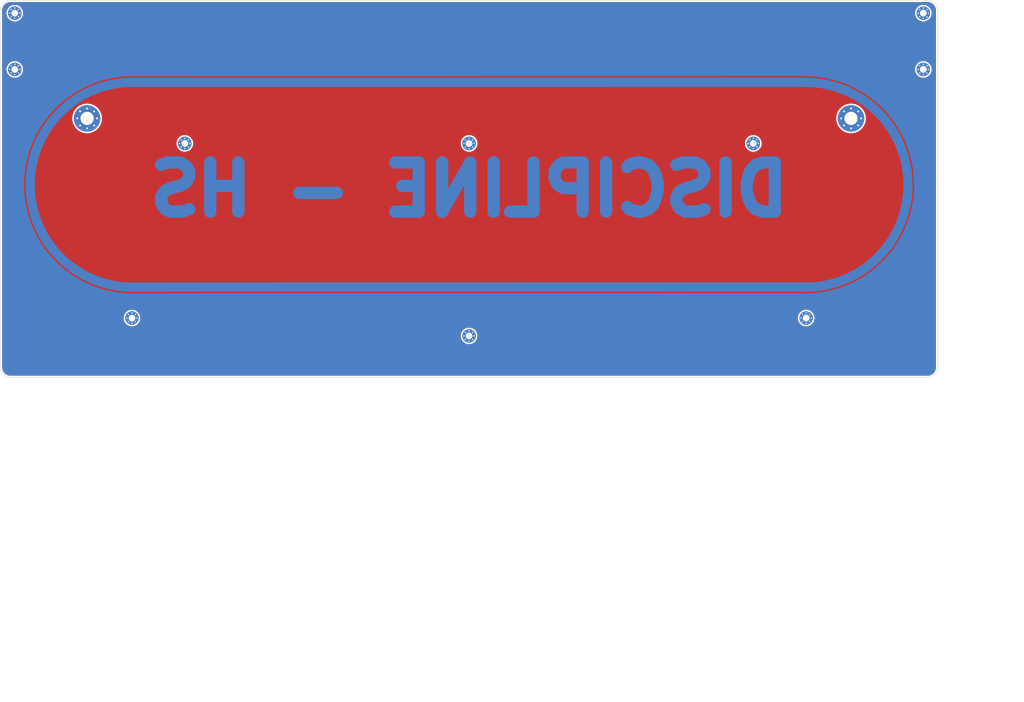
<source format=kicad_pcb>
(kicad_pcb (version 20171130) (host pcbnew "(5.1.5)-3")

  (general
    (thickness 1.6)
    (drawings 12)
    (tracks 0)
    (zones 0)
    (modules 13)
    (nets 2)
  )

  (page A3)
  (layers
    (0 F.Cu signal)
    (31 B.Cu signal)
    (32 B.Adhes user)
    (33 F.Adhes user)
    (34 B.Paste user)
    (35 F.Paste user)
    (36 B.SilkS user)
    (37 F.SilkS user)
    (38 B.Mask user)
    (39 F.Mask user)
    (40 Dwgs.User user)
    (41 Cmts.User user)
    (42 Eco1.User user)
    (43 Eco2.User user)
    (44 Edge.Cuts user)
    (45 Margin user)
    (46 B.CrtYd user)
    (47 F.CrtYd user)
    (48 B.Fab user hide)
    (49 F.Fab user hide)
  )

  (setup
    (last_trace_width 0.25)
    (trace_clearance 0.2)
    (zone_clearance 0.508)
    (zone_45_only no)
    (trace_min 0.2)
    (via_size 0.8)
    (via_drill 0.4)
    (via_min_size 0.4)
    (via_min_drill 0.3)
    (uvia_size 0.3)
    (uvia_drill 0.1)
    (uvias_allowed no)
    (uvia_min_size 0.2)
    (uvia_min_drill 0.1)
    (edge_width 0.15)
    (segment_width 0.2)
    (pcb_text_width 0.3)
    (pcb_text_size 1.5 1.5)
    (mod_edge_width 0.15)
    (mod_text_size 1 1)
    (mod_text_width 0.15)
    (pad_size 1.8 1.8)
    (pad_drill 0.9)
    (pad_to_mask_clearance 0.051)
    (solder_mask_min_width 0.25)
    (aux_axis_origin 0 0)
    (visible_elements 7FFFF7FF)
    (pcbplotparams
      (layerselection 0x010fc_ffffffff)
      (usegerberextensions true)
      (usegerberattributes false)
      (usegerberadvancedattributes false)
      (creategerberjobfile false)
      (excludeedgelayer true)
      (linewidth 0.100000)
      (plotframeref false)
      (viasonmask false)
      (mode 1)
      (useauxorigin false)
      (hpglpennumber 1)
      (hpglpenspeed 20)
      (hpglpendiameter 15.000000)
      (psnegative false)
      (psa4output false)
      (plotreference true)
      (plotvalue true)
      (plotinvisibletext false)
      (padsonsilk false)
      (subtractmaskfromsilk true)
      (outputformat 1)
      (mirror false)
      (drillshape 0)
      (scaleselection 1)
      (outputdirectory "../gerber/bottom/"))
  )

  (net 0 "")
  (net 1 GND)

  (net_class Default "This is the default net class."
    (clearance 0.2)
    (trace_width 0.25)
    (via_dia 0.8)
    (via_drill 0.4)
    (uvia_dia 0.3)
    (uvia_drill 0.1)
    (add_net GND)
  )

  (module MountingHole:MountingHole_4.3mm_M4_Pad_Via (layer F.Cu) (tedit 56DDBFD7) (tstamp 5D2C0033)
    (at 337.229903 91.409552)
    (descr "Mounting Hole 4.3mm, M4")
    (tags "mounting hole 4.3mm m4")
    (path /5ED71D4B)
    (attr virtual)
    (fp_text reference H12 (at 0 -5.3) (layer F.SilkS) hide
      (effects (font (size 1 1) (thickness 0.15)))
    )
    (fp_text value MountingHole_Pad (at 0 5.3) (layer F.Fab)
      (effects (font (size 1 1) (thickness 0.15)))
    )
    (fp_circle (center 0 0) (end 4.55 0) (layer F.CrtYd) (width 0.05))
    (fp_circle (center 0 0) (end 4.3 0) (layer Cmts.User) (width 0.15))
    (fp_text user %R (at 0.3 0) (layer F.Fab)
      (effects (font (size 1 1) (thickness 0.15)))
    )
    (pad 1 thru_hole circle (at 2.280419 -2.280419) (size 0.9 0.9) (drill 0.6) (layers *.Cu *.Mask)
      (net 1 GND))
    (pad 1 thru_hole circle (at 0 -3.225) (size 0.9 0.9) (drill 0.6) (layers *.Cu *.Mask)
      (net 1 GND))
    (pad 1 thru_hole circle (at -2.280419 -2.280419) (size 0.9 0.9) (drill 0.6) (layers *.Cu *.Mask)
      (net 1 GND))
    (pad 1 thru_hole circle (at -3.225 0) (size 0.9 0.9) (drill 0.6) (layers *.Cu *.Mask)
      (net 1 GND))
    (pad 1 thru_hole circle (at -2.280419 2.280419) (size 0.9 0.9) (drill 0.6) (layers *.Cu *.Mask)
      (net 1 GND))
    (pad 1 thru_hole circle (at 0 3.225) (size 0.9 0.9) (drill 0.6) (layers *.Cu *.Mask)
      (net 1 GND))
    (pad 1 thru_hole circle (at 2.280419 2.280419) (size 0.9 0.9) (drill 0.6) (layers *.Cu *.Mask)
      (net 1 GND))
    (pad 1 thru_hole circle (at 3.225 0) (size 0.9 0.9) (drill 0.6) (layers *.Cu *.Mask)
      (net 1 GND))
    (pad 1 thru_hole circle (at 0 0) (size 8.6 8.6) (drill 4.3) (layers *.Cu *.Mask)
      (net 1 GND))
  )

  (module MountingHole:MountingHole_4.3mm_M4_Pad_Via (layer F.Cu) (tedit 56DDBFD7) (tstamp 5D2C0022)
    (at 88.749856 91.409552)
    (descr "Mounting Hole 4.3mm, M4")
    (tags "mounting hole 4.3mm m4")
    (path /5ED71D3F)
    (attr virtual)
    (fp_text reference H11 (at 0 -5.3) (layer F.SilkS) hide
      (effects (font (size 1 1) (thickness 0.15)))
    )
    (fp_text value MountingHole_Pad (at 0 5.3) (layer F.Fab)
      (effects (font (size 1 1) (thickness 0.15)))
    )
    (fp_circle (center 0 0) (end 4.55 0) (layer F.CrtYd) (width 0.05))
    (fp_circle (center 0 0) (end 4.3 0) (layer Cmts.User) (width 0.15))
    (fp_text user %R (at 0.3 0) (layer F.Fab)
      (effects (font (size 1 1) (thickness 0.15)))
    )
    (pad 1 thru_hole circle (at 2.280419 -2.280419) (size 0.9 0.9) (drill 0.6) (layers *.Cu *.Mask)
      (net 1 GND))
    (pad 1 thru_hole circle (at 0 -3.225) (size 0.9 0.9) (drill 0.6) (layers *.Cu *.Mask)
      (net 1 GND))
    (pad 1 thru_hole circle (at -2.280419 -2.280419) (size 0.9 0.9) (drill 0.6) (layers *.Cu *.Mask)
      (net 1 GND))
    (pad 1 thru_hole circle (at -3.225 0) (size 0.9 0.9) (drill 0.6) (layers *.Cu *.Mask)
      (net 1 GND))
    (pad 1 thru_hole circle (at -2.280419 2.280419) (size 0.9 0.9) (drill 0.6) (layers *.Cu *.Mask)
      (net 1 GND))
    (pad 1 thru_hole circle (at 0 3.225) (size 0.9 0.9) (drill 0.6) (layers *.Cu *.Mask)
      (net 1 GND))
    (pad 1 thru_hole circle (at 2.280419 2.280419) (size 0.9 0.9) (drill 0.6) (layers *.Cu *.Mask)
      (net 1 GND))
    (pad 1 thru_hole circle (at 3.225 0) (size 0.9 0.9) (drill 0.6) (layers *.Cu *.Mask)
      (net 1 GND))
    (pad 1 thru_hole circle (at 0 0) (size 8.6 8.6) (drill 4.3) (layers *.Cu *.Mask)
      (net 1 GND))
  )

  (module MountingHole:MountingHole_2.2mm_M2_Pad_Via (layer F.Cu) (tedit 56DDB9C7) (tstamp 5CDAF07E)
    (at 322.637337 156.39459)
    (descr "Mounting Hole 2.2mm, M2")
    (tags "mounting hole 2.2mm m2")
    (path /5ED71D33)
    (attr virtual)
    (fp_text reference H10 (at 0 -3.2) (layer F.SilkS) hide
      (effects (font (size 1 1) (thickness 0.15)))
    )
    (fp_text value MountingHole_Pad (at 0 3.2) (layer F.Fab)
      (effects (font (size 1 1) (thickness 0.15)))
    )
    (fp_circle (center 0 0) (end 2.45 0) (layer F.CrtYd) (width 0.05))
    (fp_circle (center 0 0) (end 2.2 0) (layer Cmts.User) (width 0.15))
    (fp_text user %R (at 0.3 0) (layer F.Fab)
      (effects (font (size 1 1) (thickness 0.15)))
    )
    (pad 1 thru_hole circle (at 1.166726 -1.166726) (size 0.7 0.7) (drill 0.4) (layers *.Cu *.Mask)
      (net 1 GND))
    (pad 1 thru_hole circle (at 0 -1.65) (size 0.7 0.7) (drill 0.4) (layers *.Cu *.Mask)
      (net 1 GND))
    (pad 1 thru_hole circle (at -1.166726 -1.166726) (size 0.7 0.7) (drill 0.4) (layers *.Cu *.Mask)
      (net 1 GND))
    (pad 1 thru_hole circle (at -1.65 0) (size 0.7 0.7) (drill 0.4) (layers *.Cu *.Mask)
      (net 1 GND))
    (pad 1 thru_hole circle (at -1.166726 1.166726) (size 0.7 0.7) (drill 0.4) (layers *.Cu *.Mask)
      (net 1 GND))
    (pad 1 thru_hole circle (at 0 1.65) (size 0.7 0.7) (drill 0.4) (layers *.Cu *.Mask)
      (net 1 GND))
    (pad 1 thru_hole circle (at 1.166726 1.166726) (size 0.7 0.7) (drill 0.4) (layers *.Cu *.Mask)
      (net 1 GND))
    (pad 1 thru_hole circle (at 1.65 0) (size 0.7 0.7) (drill 0.4) (layers *.Cu *.Mask)
      (net 1 GND))
    (pad 1 thru_hole circle (at 0 0) (size 4.4 4.4) (drill 2.2) (layers *.Cu *.Mask)
      (net 1 GND))
  )

  (module MountingHole:MountingHole_2.2mm_M2_Pad_Via (layer F.Cu) (tedit 56DDB9C7) (tstamp 5CE4673E)
    (at 212.989879 162.20574)
    (descr "Mounting Hole 2.2mm, M2")
    (tags "mounting hole 2.2mm m2")
    (path /5ED71D27)
    (attr virtual)
    (fp_text reference H9 (at 0 -3.2) (layer F.SilkS) hide
      (effects (font (size 1 1) (thickness 0.15)))
    )
    (fp_text value MountingHole_Pad (at 0 3.2) (layer F.Fab)
      (effects (font (size 1 1) (thickness 0.15)))
    )
    (fp_circle (center 0 0) (end 2.45 0) (layer F.CrtYd) (width 0.05))
    (fp_circle (center 0 0) (end 2.2 0) (layer Cmts.User) (width 0.15))
    (fp_text user %R (at 0.3 0) (layer F.Fab)
      (effects (font (size 1 1) (thickness 0.15)))
    )
    (pad 1 thru_hole circle (at 1.166726 -1.166726) (size 0.7 0.7) (drill 0.4) (layers *.Cu *.Mask)
      (net 1 GND))
    (pad 1 thru_hole circle (at 0 -1.65) (size 0.7 0.7) (drill 0.4) (layers *.Cu *.Mask)
      (net 1 GND))
    (pad 1 thru_hole circle (at -1.166726 -1.166726) (size 0.7 0.7) (drill 0.4) (layers *.Cu *.Mask)
      (net 1 GND))
    (pad 1 thru_hole circle (at -1.65 0) (size 0.7 0.7) (drill 0.4) (layers *.Cu *.Mask)
      (net 1 GND))
    (pad 1 thru_hole circle (at -1.166726 1.166726) (size 0.7 0.7) (drill 0.4) (layers *.Cu *.Mask)
      (net 1 GND))
    (pad 1 thru_hole circle (at 0 1.65) (size 0.7 0.7) (drill 0.4) (layers *.Cu *.Mask)
      (net 1 GND))
    (pad 1 thru_hole circle (at 1.166726 1.166726) (size 0.7 0.7) (drill 0.4) (layers *.Cu *.Mask)
      (net 1 GND))
    (pad 1 thru_hole circle (at 1.65 0) (size 0.7 0.7) (drill 0.4) (layers *.Cu *.Mask)
      (net 1 GND))
    (pad 1 thru_hole circle (at 0 0) (size 4.4 4.4) (drill 2.2) (layers *.Cu *.Mask)
      (net 1 GND))
  )

  (module MountingHole:MountingHole_2.2mm_M2_Pad_Via (layer F.Cu) (tedit 56DDB9C7) (tstamp 5CDAF070)
    (at 103.342422 156.39459)
    (descr "Mounting Hole 2.2mm, M2")
    (tags "mounting hole 2.2mm m2")
    (path /5ED7E3B1)
    (attr virtual)
    (fp_text reference H8 (at 0 -3.2) (layer F.SilkS) hide
      (effects (font (size 1 1) (thickness 0.15)))
    )
    (fp_text value MountingHole_Pad (at 0 3.2) (layer F.Fab)
      (effects (font (size 1 1) (thickness 0.15)))
    )
    (fp_circle (center 0 0) (end 2.45 0) (layer F.CrtYd) (width 0.05))
    (fp_circle (center 0 0) (end 2.2 0) (layer Cmts.User) (width 0.15))
    (fp_text user %R (at 0.3 0) (layer F.Fab)
      (effects (font (size 1 1) (thickness 0.15)))
    )
    (pad 1 thru_hole circle (at 1.166726 -1.166726) (size 0.7 0.7) (drill 0.4) (layers *.Cu *.Mask)
      (net 1 GND))
    (pad 1 thru_hole circle (at 0 -1.65) (size 0.7 0.7) (drill 0.4) (layers *.Cu *.Mask)
      (net 1 GND))
    (pad 1 thru_hole circle (at -1.166726 -1.166726) (size 0.7 0.7) (drill 0.4) (layers *.Cu *.Mask)
      (net 1 GND))
    (pad 1 thru_hole circle (at -1.65 0) (size 0.7 0.7) (drill 0.4) (layers *.Cu *.Mask)
      (net 1 GND))
    (pad 1 thru_hole circle (at -1.166726 1.166726) (size 0.7 0.7) (drill 0.4) (layers *.Cu *.Mask)
      (net 1 GND))
    (pad 1 thru_hole circle (at 0 1.65) (size 0.7 0.7) (drill 0.4) (layers *.Cu *.Mask)
      (net 1 GND))
    (pad 1 thru_hole circle (at 1.166726 1.166726) (size 0.7 0.7) (drill 0.4) (layers *.Cu *.Mask)
      (net 1 GND))
    (pad 1 thru_hole circle (at 1.65 0) (size 0.7 0.7) (drill 0.4) (layers *.Cu *.Mask)
      (net 1 GND))
    (pad 1 thru_hole circle (at 0 0) (size 4.4 4.4) (drill 2.2) (layers *.Cu *.Mask)
      (net 1 GND))
  )

  (module MountingHole:MountingHole_2.2mm_M2_Pad_Via (layer F.Cu) (tedit 56DDB9C7) (tstamp 5CDAF7F1)
    (at 305.448502 99.550624)
    (descr "Mounting Hole 2.2mm, M2")
    (tags "mounting hole 2.2mm m2")
    (path /5ED7E3A5)
    (attr virtual)
    (fp_text reference H7 (at 0 -3.2) (layer F.SilkS) hide
      (effects (font (size 1 1) (thickness 0.15)))
    )
    (fp_text value MountingHole_Pad (at 0 3.2) (layer F.Fab)
      (effects (font (size 1 1) (thickness 0.15)))
    )
    (fp_circle (center 0 0) (end 2.45 0) (layer F.CrtYd) (width 0.05))
    (fp_circle (center 0 0) (end 2.2 0) (layer Cmts.User) (width 0.15))
    (fp_text user %R (at 0.3 0) (layer F.Fab)
      (effects (font (size 1 1) (thickness 0.15)))
    )
    (pad 1 thru_hole circle (at 1.166726 -1.166726) (size 0.7 0.7) (drill 0.4) (layers *.Cu *.Mask)
      (net 1 GND))
    (pad 1 thru_hole circle (at 0 -1.65) (size 0.7 0.7) (drill 0.4) (layers *.Cu *.Mask)
      (net 1 GND))
    (pad 1 thru_hole circle (at -1.166726 -1.166726) (size 0.7 0.7) (drill 0.4) (layers *.Cu *.Mask)
      (net 1 GND))
    (pad 1 thru_hole circle (at -1.65 0) (size 0.7 0.7) (drill 0.4) (layers *.Cu *.Mask)
      (net 1 GND))
    (pad 1 thru_hole circle (at -1.166726 1.166726) (size 0.7 0.7) (drill 0.4) (layers *.Cu *.Mask)
      (net 1 GND))
    (pad 1 thru_hole circle (at 0 1.65) (size 0.7 0.7) (drill 0.4) (layers *.Cu *.Mask)
      (net 1 GND))
    (pad 1 thru_hole circle (at 1.166726 1.166726) (size 0.7 0.7) (drill 0.4) (layers *.Cu *.Mask)
      (net 1 GND))
    (pad 1 thru_hole circle (at 1.65 0) (size 0.7 0.7) (drill 0.4) (layers *.Cu *.Mask)
      (net 1 GND))
    (pad 1 thru_hole circle (at 0 0) (size 4.4 4.4) (drill 2.2) (layers *.Cu *.Mask)
      (net 1 GND))
  )

  (module MountingHole:MountingHole_2.2mm_M2_Pad_Via (layer F.Cu) (tedit 56DDB9C7) (tstamp 5CDAF84F)
    (at 212.989879 99.550624)
    (descr "Mounting Hole 2.2mm, M2")
    (tags "mounting hole 2.2mm m2")
    (path /5ED7E399)
    (attr virtual)
    (fp_text reference H6 (at 0 -3.2) (layer F.SilkS) hide
      (effects (font (size 1 1) (thickness 0.15)))
    )
    (fp_text value MountingHole_Pad (at 0 3.2) (layer F.Fab)
      (effects (font (size 1 1) (thickness 0.15)))
    )
    (fp_circle (center 0 0) (end 2.45 0) (layer F.CrtYd) (width 0.05))
    (fp_circle (center 0 0) (end 2.2 0) (layer Cmts.User) (width 0.15))
    (fp_text user %R (at 0.3 0) (layer F.Fab)
      (effects (font (size 1 1) (thickness 0.15)))
    )
    (pad 1 thru_hole circle (at 1.166726 -1.166726) (size 0.7 0.7) (drill 0.4) (layers *.Cu *.Mask)
      (net 1 GND))
    (pad 1 thru_hole circle (at 0 -1.65) (size 0.7 0.7) (drill 0.4) (layers *.Cu *.Mask)
      (net 1 GND))
    (pad 1 thru_hole circle (at -1.166726 -1.166726) (size 0.7 0.7) (drill 0.4) (layers *.Cu *.Mask)
      (net 1 GND))
    (pad 1 thru_hole circle (at -1.65 0) (size 0.7 0.7) (drill 0.4) (layers *.Cu *.Mask)
      (net 1 GND))
    (pad 1 thru_hole circle (at -1.166726 1.166726) (size 0.7 0.7) (drill 0.4) (layers *.Cu *.Mask)
      (net 1 GND))
    (pad 1 thru_hole circle (at 0 1.65) (size 0.7 0.7) (drill 0.4) (layers *.Cu *.Mask)
      (net 1 GND))
    (pad 1 thru_hole circle (at 1.166726 1.166726) (size 0.7 0.7) (drill 0.4) (layers *.Cu *.Mask)
      (net 1 GND))
    (pad 1 thru_hole circle (at 1.65 0) (size 0.7 0.7) (drill 0.4) (layers *.Cu *.Mask)
      (net 1 GND))
    (pad 1 thru_hole circle (at 0 0) (size 4.4 4.4) (drill 2.2) (layers *.Cu *.Mask)
      (net 1 GND))
  )

  (module MountingHole:MountingHole_2.2mm_M2_Pad_Via (layer F.Cu) (tedit 56DDB9C7) (tstamp 5CDAF77A)
    (at 120.531257 99.550624)
    (descr "Mounting Hole 2.2mm, M2")
    (tags "mounting hole 2.2mm m2")
    (path /5ED7E38D)
    (attr virtual)
    (fp_text reference H5 (at 0 -3.2) (layer F.SilkS) hide
      (effects (font (size 1 1) (thickness 0.15)))
    )
    (fp_text value MountingHole_Pad (at 0 3.2) (layer F.Fab)
      (effects (font (size 1 1) (thickness 0.15)))
    )
    (fp_circle (center 0 0) (end 2.45 0) (layer F.CrtYd) (width 0.05))
    (fp_circle (center 0 0) (end 2.2 0) (layer Cmts.User) (width 0.15))
    (fp_text user %R (at 0.3 0) (layer F.Fab)
      (effects (font (size 1 1) (thickness 0.15)))
    )
    (pad 1 thru_hole circle (at 1.166726 -1.166726) (size 0.7 0.7) (drill 0.4) (layers *.Cu *.Mask)
      (net 1 GND))
    (pad 1 thru_hole circle (at 0 -1.65) (size 0.7 0.7) (drill 0.4) (layers *.Cu *.Mask)
      (net 1 GND))
    (pad 1 thru_hole circle (at -1.166726 -1.166726) (size 0.7 0.7) (drill 0.4) (layers *.Cu *.Mask)
      (net 1 GND))
    (pad 1 thru_hole circle (at -1.65 0) (size 0.7 0.7) (drill 0.4) (layers *.Cu *.Mask)
      (net 1 GND))
    (pad 1 thru_hole circle (at -1.166726 1.166726) (size 0.7 0.7) (drill 0.4) (layers *.Cu *.Mask)
      (net 1 GND))
    (pad 1 thru_hole circle (at 0 1.65) (size 0.7 0.7) (drill 0.4) (layers *.Cu *.Mask)
      (net 1 GND))
    (pad 1 thru_hole circle (at 1.166726 1.166726) (size 0.7 0.7) (drill 0.4) (layers *.Cu *.Mask)
      (net 1 GND))
    (pad 1 thru_hole circle (at 1.65 0) (size 0.7 0.7) (drill 0.4) (layers *.Cu *.Mask)
      (net 1 GND))
    (pad 1 thru_hole circle (at 0 0) (size 4.4 4.4) (drill 2.2) (layers *.Cu *.Mask)
      (net 1 GND))
  )

  (module MountingHole:MountingHole_2.2mm_M2_Pad_Via (layer F.Cu) (tedit 56DDB9C7) (tstamp 5CDAEF92)
    (at 360.747255 75.468873)
    (descr "Mounting Hole 2.2mm, M2")
    (tags "mounting hole 2.2mm m2")
    (path /5ED6FF59)
    (attr virtual)
    (fp_text reference H4 (at 0 -3.2) (layer F.SilkS) hide
      (effects (font (size 1 1) (thickness 0.15)))
    )
    (fp_text value MountingHole_Pad (at 0 3.2) (layer F.Fab)
      (effects (font (size 1 1) (thickness 0.15)))
    )
    (fp_circle (center 0 0) (end 2.45 0) (layer F.CrtYd) (width 0.05))
    (fp_circle (center 0 0) (end 2.2 0) (layer Cmts.User) (width 0.15))
    (fp_text user %R (at 0.3 0) (layer F.Fab)
      (effects (font (size 1 1) (thickness 0.15)))
    )
    (pad 1 thru_hole circle (at 1.166726 -1.166726) (size 0.7 0.7) (drill 0.4) (layers *.Cu *.Mask)
      (net 1 GND))
    (pad 1 thru_hole circle (at 0 -1.65) (size 0.7 0.7) (drill 0.4) (layers *.Cu *.Mask)
      (net 1 GND))
    (pad 1 thru_hole circle (at -1.166726 -1.166726) (size 0.7 0.7) (drill 0.4) (layers *.Cu *.Mask)
      (net 1 GND))
    (pad 1 thru_hole circle (at -1.65 0) (size 0.7 0.7) (drill 0.4) (layers *.Cu *.Mask)
      (net 1 GND))
    (pad 1 thru_hole circle (at -1.166726 1.166726) (size 0.7 0.7) (drill 0.4) (layers *.Cu *.Mask)
      (net 1 GND))
    (pad 1 thru_hole circle (at 0 1.65) (size 0.7 0.7) (drill 0.4) (layers *.Cu *.Mask)
      (net 1 GND))
    (pad 1 thru_hole circle (at 1.166726 1.166726) (size 0.7 0.7) (drill 0.4) (layers *.Cu *.Mask)
      (net 1 GND))
    (pad 1 thru_hole circle (at 1.65 0) (size 0.7 0.7) (drill 0.4) (layers *.Cu *.Mask)
      (net 1 GND))
    (pad 1 thru_hole circle (at 0 0) (size 4.4 4.4) (drill 2.2) (layers *.Cu *.Mask)
      (net 1 GND))
  )

  (module MountingHole:MountingHole_2.2mm_M2_Pad_Via (layer F.Cu) (tedit 56DDB9C7) (tstamp 5CDAE1D6)
    (at 65.232504 75.468873)
    (descr "Mounting Hole 2.2mm, M2")
    (tags "mounting hole 2.2mm m2")
    (path /5ED6FF4D)
    (attr virtual)
    (fp_text reference H3 (at 0 -3.2) (layer F.SilkS) hide
      (effects (font (size 1 1) (thickness 0.15)))
    )
    (fp_text value MountingHole_Pad (at 0 3.2) (layer F.Fab)
      (effects (font (size 1 1) (thickness 0.15)))
    )
    (fp_circle (center 0 0) (end 2.45 0) (layer F.CrtYd) (width 0.05))
    (fp_circle (center 0 0) (end 2.2 0) (layer Cmts.User) (width 0.15))
    (fp_text user %R (at 0.3 0) (layer F.Fab)
      (effects (font (size 1 1) (thickness 0.15)))
    )
    (pad 1 thru_hole circle (at 1.166726 -1.166726) (size 0.7 0.7) (drill 0.4) (layers *.Cu *.Mask)
      (net 1 GND))
    (pad 1 thru_hole circle (at 0 -1.65) (size 0.7 0.7) (drill 0.4) (layers *.Cu *.Mask)
      (net 1 GND))
    (pad 1 thru_hole circle (at -1.166726 -1.166726) (size 0.7 0.7) (drill 0.4) (layers *.Cu *.Mask)
      (net 1 GND))
    (pad 1 thru_hole circle (at -1.65 0) (size 0.7 0.7) (drill 0.4) (layers *.Cu *.Mask)
      (net 1 GND))
    (pad 1 thru_hole circle (at -1.166726 1.166726) (size 0.7 0.7) (drill 0.4) (layers *.Cu *.Mask)
      (net 1 GND))
    (pad 1 thru_hole circle (at 0 1.65) (size 0.7 0.7) (drill 0.4) (layers *.Cu *.Mask)
      (net 1 GND))
    (pad 1 thru_hole circle (at 1.166726 1.166726) (size 0.7 0.7) (drill 0.4) (layers *.Cu *.Mask)
      (net 1 GND))
    (pad 1 thru_hole circle (at 1.65 0) (size 0.7 0.7) (drill 0.4) (layers *.Cu *.Mask)
      (net 1 GND))
    (pad 1 thru_hole circle (at 0 0) (size 4.4 4.4) (drill 2.2) (layers *.Cu *.Mask)
      (net 1 GND))
  )

  (module MountingHole:MountingHole_2.2mm_M2_Pad_Via (layer F.Cu) (tedit 56DDB9C7) (tstamp 5CDAEF40)
    (at 360.747255 57.14716)
    (descr "Mounting Hole 2.2mm, M2")
    (tags "mounting hole 2.2mm m2")
    (path /5ED6CC95)
    (attr virtual)
    (fp_text reference H2 (at 0 -3.2) (layer F.SilkS) hide
      (effects (font (size 1 1) (thickness 0.15)))
    )
    (fp_text value MountingHole_Pad (at 0 3.2) (layer F.Fab)
      (effects (font (size 1 1) (thickness 0.15)))
    )
    (fp_circle (center 0 0) (end 2.45 0) (layer F.CrtYd) (width 0.05))
    (fp_circle (center 0 0) (end 2.2 0) (layer Cmts.User) (width 0.15))
    (fp_text user %R (at 0.3 0) (layer F.Fab)
      (effects (font (size 1 1) (thickness 0.15)))
    )
    (pad 1 thru_hole circle (at 1.166726 -1.166726) (size 0.7 0.7) (drill 0.4) (layers *.Cu *.Mask)
      (net 1 GND))
    (pad 1 thru_hole circle (at 0 -1.65) (size 0.7 0.7) (drill 0.4) (layers *.Cu *.Mask)
      (net 1 GND))
    (pad 1 thru_hole circle (at -1.166726 -1.166726) (size 0.7 0.7) (drill 0.4) (layers *.Cu *.Mask)
      (net 1 GND))
    (pad 1 thru_hole circle (at -1.65 0) (size 0.7 0.7) (drill 0.4) (layers *.Cu *.Mask)
      (net 1 GND))
    (pad 1 thru_hole circle (at -1.166726 1.166726) (size 0.7 0.7) (drill 0.4) (layers *.Cu *.Mask)
      (net 1 GND))
    (pad 1 thru_hole circle (at 0 1.65) (size 0.7 0.7) (drill 0.4) (layers *.Cu *.Mask)
      (net 1 GND))
    (pad 1 thru_hole circle (at 1.166726 1.166726) (size 0.7 0.7) (drill 0.4) (layers *.Cu *.Mask)
      (net 1 GND))
    (pad 1 thru_hole circle (at 1.65 0) (size 0.7 0.7) (drill 0.4) (layers *.Cu *.Mask)
      (net 1 GND))
    (pad 1 thru_hole circle (at 0 0) (size 4.4 4.4) (drill 2.2) (layers *.Cu *.Mask)
      (net 1 GND))
  )

  (module MountingHole:MountingHole_2.2mm_M2_Pad_Via (layer F.Cu) (tedit 56DDB9C7) (tstamp 5CDAE1E4)
    (at 65.232504 57.14716)
    (descr "Mounting Hole 2.2mm, M2")
    (tags "mounting hole 2.2mm m2")
    (path /5D1D6221)
    (attr virtual)
    (fp_text reference H1 (at 0 -3.2) (layer F.SilkS) hide
      (effects (font (size 1 1) (thickness 0.15)))
    )
    (fp_text value MountingHole_Pad (at 0 3.2) (layer F.Fab)
      (effects (font (size 1 1) (thickness 0.15)))
    )
    (fp_circle (center 0 0) (end 2.45 0) (layer F.CrtYd) (width 0.05))
    (fp_circle (center 0 0) (end 2.2 0) (layer Cmts.User) (width 0.15))
    (fp_text user %R (at 0.3 0) (layer F.Fab)
      (effects (font (size 1 1) (thickness 0.15)))
    )
    (pad 1 thru_hole circle (at 1.166726 -1.166726) (size 0.7 0.7) (drill 0.4) (layers *.Cu *.Mask)
      (net 1 GND))
    (pad 1 thru_hole circle (at 0 -1.65) (size 0.7 0.7) (drill 0.4) (layers *.Cu *.Mask)
      (net 1 GND))
    (pad 1 thru_hole circle (at -1.166726 -1.166726) (size 0.7 0.7) (drill 0.4) (layers *.Cu *.Mask)
      (net 1 GND))
    (pad 1 thru_hole circle (at -1.65 0) (size 0.7 0.7) (drill 0.4) (layers *.Cu *.Mask)
      (net 1 GND))
    (pad 1 thru_hole circle (at -1.166726 1.166726) (size 0.7 0.7) (drill 0.4) (layers *.Cu *.Mask)
      (net 1 GND))
    (pad 1 thru_hole circle (at 0 1.65) (size 0.7 0.7) (drill 0.4) (layers *.Cu *.Mask)
      (net 1 GND))
    (pad 1 thru_hole circle (at 1.166726 1.166726) (size 0.7 0.7) (drill 0.4) (layers *.Cu *.Mask)
      (net 1 GND))
    (pad 1 thru_hole circle (at 1.65 0) (size 0.7 0.7) (drill 0.4) (layers *.Cu *.Mask)
      (net 1 GND))
    (pad 1 thru_hole circle (at 0 0) (size 4.4 4.4) (drill 2.2) (layers *.Cu *.Mask)
      (net 1 GND))
  )

  (module logos:DISCIPLINE_LARGE_COPPER (layer B.Cu) (tedit 5E76CD44) (tstamp 5D1DEACF)
    (at 209.374879 112.669622 180)
    (fp_text reference G*** (at 0 0) (layer B.SilkS) hide
      (effects (font (size 1.524 1.524) (thickness 0.3)) (justify mirror))
    )
    (fp_text value LOGO (at 0.75 0) (layer B.SilkS) hide
      (effects (font (size 1.524 1.524) (thickness 0.3)) (justify mirror))
    )
    (fp_arc (start -113.02 -0.34) (end -113.02 33.01) (angle 180) (layer B.Cu) (width 3))
    (fp_arc (start 105.79 -0.34) (end 105.79 -33.69) (angle 180) (layer B.Cu) (width 3))
    (fp_line (start -112.95 33.04) (end 106.37 33.01) (layer B.Cu) (width 3))
    (fp_line (start -113.4 -33.61) (end 105.92 -33.64) (layer B.Cu) (width 3))
  )

  (gr_text "DISCIPLINE - HS" (at 212.989879 114.550624) (layer B.Cu) (tstamp 5E79A5D4)
    (effects (font (size 16 16) (thickness 4)) (justify mirror))
  )
  (gr_text 7/2/2019 (at 335.646636 280.020494) (layer Cmts.User)
    (effects (font (size 1.5 1.5) (thickness 0.3)))
  )
  (gr_text 1 (at 392.497638 280.037992) (layer Cmts.User)
    (effects (font (size 1.5 1.5) (thickness 0.3)))
  )
  (gr_text "DISCIPLINE - 65% keyboard made with only through hole components" (at 341.980912 260.755196) (layer Cmts.User)
    (effects (font (size 1.5 1.5) (thickness 0.3)))
  )
  (gr_line (start 362.129784 175.749849) (end 63.852975 175.749849) (layer Edge.Cuts) (width 0.15))
  (gr_line (start 365.436843 56.249439) (end 365.436843 172.44279) (layer Edge.Cuts) (width 0.15))
  (gr_line (start 63.849975 52.94238) (end 362.129784 52.94238) (layer Edge.Cuts) (width 0.15))
  (gr_line (start 60.542916 172.445789) (end 60.542916 56.249439) (layer Edge.Cuts) (width 0.15))
  (gr_arc (start 362.129784 56.249439) (end 365.436843 56.249439) (angle -90) (layer Edge.Cuts) (width 0.15) (tstamp 5CEDC3AF))
  (gr_arc (start 362.129784 172.44279) (end 362.129784 175.749849) (angle -90) (layer Edge.Cuts) (width 0.15) (tstamp 5CEDC3AD))
  (gr_arc (start 63.849975 172.442789) (end 60.542916 172.445789) (angle -90) (layer Edge.Cuts) (width 0.15) (tstamp 5CEDC3AB))
  (gr_arc (start 63.849975 56.249439) (end 63.849975 52.94238) (angle -90) (layer Edge.Cuts) (width 0.15))

  (zone (net 0) (net_name "") (layer F.Cu) (tstamp 5E79C725) (hatch edge 0.508)
    (connect_pads (clearance 0.508))
    (min_thickness 0.254)
    (fill yes (arc_segments 16) (thermal_gap 0.508) (thermal_bridge_width 0.508))
    (polygon
      (pts
        (xy 60.525582 52.93145) (xy 365.44573 53.036438) (xy 365.428232 175.76741) (xy 60.438092 175.732414)
      )
    )
    (filled_polygon
      (pts
        (xy 362.633557 53.705179) (xy 363.118151 53.851488) (xy 363.565092 54.089129) (xy 363.957361 54.409057) (xy 364.280023 54.79909)
        (xy 364.520777 55.244355) (xy 364.670463 55.72791) (xy 364.726843 56.264336) (xy 364.726844 172.408051) (xy 364.674044 172.946563)
        (xy 364.527735 173.431157) (xy 364.290095 173.878095) (xy 363.970165 174.270368) (xy 363.580136 174.593028) (xy 363.13487 174.833783)
        (xy 362.651311 174.983469) (xy 362.114887 175.039849) (xy 63.887388 175.039849) (xy 63.348507 174.987505) (xy 62.863784 174.841637)
        (xy 62.416628 174.604401) (xy 62.024067 174.284828) (xy 61.701053 173.895092) (xy 61.459893 173.450041) (xy 61.309768 172.96662)
        (xy 61.252916 172.430382) (xy 61.252916 161.926517) (xy 210.154879 161.926517) (xy 210.154879 162.484963) (xy 210.263827 163.032679)
        (xy 210.477535 163.548616) (xy 210.787791 164.012947) (xy 211.182672 164.407828) (xy 211.647003 164.718084) (xy 212.16294 164.931792)
        (xy 212.710656 165.04074) (xy 213.269102 165.04074) (xy 213.816818 164.931792) (xy 214.332755 164.718084) (xy 214.797086 164.407828)
        (xy 215.191967 164.012947) (xy 215.502223 163.548616) (xy 215.715931 163.032679) (xy 215.824879 162.484963) (xy 215.824879 161.926517)
        (xy 215.715931 161.378801) (xy 215.502223 160.862864) (xy 215.191967 160.398533) (xy 214.797086 160.003652) (xy 214.332755 159.693396)
        (xy 213.816818 159.479688) (xy 213.269102 159.37074) (xy 212.710656 159.37074) (xy 212.16294 159.479688) (xy 211.647003 159.693396)
        (xy 211.182672 160.003652) (xy 210.787791 160.398533) (xy 210.477535 160.862864) (xy 210.263827 161.378801) (xy 210.154879 161.926517)
        (xy 61.252916 161.926517) (xy 61.252916 156.115367) (xy 100.507422 156.115367) (xy 100.507422 156.673813) (xy 100.61637 157.221529)
        (xy 100.830078 157.737466) (xy 101.140334 158.201797) (xy 101.535215 158.596678) (xy 101.999546 158.906934) (xy 102.515483 159.120642)
        (xy 103.063199 159.22959) (xy 103.621645 159.22959) (xy 104.169361 159.120642) (xy 104.685298 158.906934) (xy 105.149629 158.596678)
        (xy 105.54451 158.201797) (xy 105.854766 157.737466) (xy 106.068474 157.221529) (xy 106.177422 156.673813) (xy 106.177422 156.115367)
        (xy 319.802337 156.115367) (xy 319.802337 156.673813) (xy 319.911285 157.221529) (xy 320.124993 157.737466) (xy 320.435249 158.201797)
        (xy 320.83013 158.596678) (xy 321.294461 158.906934) (xy 321.810398 159.120642) (xy 322.358114 159.22959) (xy 322.91656 159.22959)
        (xy 323.464276 159.120642) (xy 323.980213 158.906934) (xy 324.444544 158.596678) (xy 324.839425 158.201797) (xy 325.149681 157.737466)
        (xy 325.363389 157.221529) (xy 325.472337 156.673813) (xy 325.472337 156.115367) (xy 325.363389 155.567651) (xy 325.149681 155.051714)
        (xy 324.839425 154.587383) (xy 324.444544 154.192502) (xy 323.980213 153.882246) (xy 323.464276 153.668538) (xy 322.91656 153.55959)
        (xy 322.358114 153.55959) (xy 321.810398 153.668538) (xy 321.294461 153.882246) (xy 320.83013 154.192502) (xy 320.435249 154.587383)
        (xy 320.124993 155.051714) (xy 319.911285 155.567651) (xy 319.802337 156.115367) (xy 106.177422 156.115367) (xy 106.068474 155.567651)
        (xy 105.854766 155.051714) (xy 105.54451 154.587383) (xy 105.149629 154.192502) (xy 104.685298 153.882246) (xy 104.169361 153.668538)
        (xy 103.621645 153.55959) (xy 103.063199 153.55959) (xy 102.515483 153.668538) (xy 101.999546 153.882246) (xy 101.535215 154.192502)
        (xy 101.140334 154.587383) (xy 100.830078 155.051714) (xy 100.61637 155.567651) (xy 100.507422 156.115367) (xy 61.252916 156.115367)
        (xy 61.252916 99.271401) (xy 117.696257 99.271401) (xy 117.696257 99.829847) (xy 117.805205 100.377563) (xy 118.018913 100.8935)
        (xy 118.329169 101.357831) (xy 118.72405 101.752712) (xy 119.188381 102.062968) (xy 119.704318 102.276676) (xy 120.252034 102.385624)
        (xy 120.81048 102.385624) (xy 121.358196 102.276676) (xy 121.874133 102.062968) (xy 122.338464 101.752712) (xy 122.733345 101.357831)
        (xy 123.043601 100.8935) (xy 123.257309 100.377563) (xy 123.366257 99.829847) (xy 123.366257 99.271401) (xy 210.154879 99.271401)
        (xy 210.154879 99.829847) (xy 210.263827 100.377563) (xy 210.477535 100.8935) (xy 210.787791 101.357831) (xy 211.182672 101.752712)
        (xy 211.647003 102.062968) (xy 212.16294 102.276676) (xy 212.710656 102.385624) (xy 213.269102 102.385624) (xy 213.816818 102.276676)
        (xy 214.332755 102.062968) (xy 214.797086 101.752712) (xy 215.191967 101.357831) (xy 215.502223 100.8935) (xy 215.715931 100.377563)
        (xy 215.824879 99.829847) (xy 215.824879 99.271401) (xy 302.613502 99.271401) (xy 302.613502 99.829847) (xy 302.72245 100.377563)
        (xy 302.936158 100.8935) (xy 303.246414 101.357831) (xy 303.641295 101.752712) (xy 304.105626 102.062968) (xy 304.621563 102.276676)
        (xy 305.169279 102.385624) (xy 305.727725 102.385624) (xy 306.275441 102.276676) (xy 306.791378 102.062968) (xy 307.255709 101.752712)
        (xy 307.65059 101.357831) (xy 307.960846 100.8935) (xy 308.174554 100.377563) (xy 308.283502 99.829847) (xy 308.283502 99.271401)
        (xy 308.174554 98.723685) (xy 307.960846 98.207748) (xy 307.65059 97.743417) (xy 307.255709 97.348536) (xy 306.791378 97.03828)
        (xy 306.275441 96.824572) (xy 305.727725 96.715624) (xy 305.169279 96.715624) (xy 304.621563 96.824572) (xy 304.105626 97.03828)
        (xy 303.641295 97.348536) (xy 303.246414 97.743417) (xy 302.936158 98.207748) (xy 302.72245 98.723685) (xy 302.613502 99.271401)
        (xy 215.824879 99.271401) (xy 215.715931 98.723685) (xy 215.502223 98.207748) (xy 215.191967 97.743417) (xy 214.797086 97.348536)
        (xy 214.332755 97.03828) (xy 213.816818 96.824572) (xy 213.269102 96.715624) (xy 212.710656 96.715624) (xy 212.16294 96.824572)
        (xy 211.647003 97.03828) (xy 211.182672 97.348536) (xy 210.787791 97.743417) (xy 210.477535 98.207748) (xy 210.263827 98.723685)
        (xy 210.154879 99.271401) (xy 123.366257 99.271401) (xy 123.257309 98.723685) (xy 123.043601 98.207748) (xy 122.733345 97.743417)
        (xy 122.338464 97.348536) (xy 121.874133 97.03828) (xy 121.358196 96.824572) (xy 120.81048 96.715624) (xy 120.252034 96.715624)
        (xy 119.704318 96.824572) (xy 119.188381 97.03828) (xy 118.72405 97.348536) (xy 118.329169 97.743417) (xy 118.018913 98.207748)
        (xy 117.805205 98.723685) (xy 117.696257 99.271401) (xy 61.252916 99.271401) (xy 61.252916 90.923497) (xy 83.814856 90.923497)
        (xy 83.814856 91.895607) (xy 84.004506 92.849038) (xy 84.376516 93.747151) (xy 84.916591 94.555431) (xy 85.603977 95.242817)
        (xy 86.412257 95.782892) (xy 87.31037 96.154902) (xy 88.263801 96.344552) (xy 89.235911 96.344552) (xy 90.189342 96.154902)
        (xy 91.087455 95.782892) (xy 91.895735 95.242817) (xy 92.583121 94.555431) (xy 93.123196 93.747151) (xy 93.495206 92.849038)
        (xy 93.684856 91.895607) (xy 93.684856 90.923497) (xy 332.294903 90.923497) (xy 332.294903 91.895607) (xy 332.484553 92.849038)
        (xy 332.856563 93.747151) (xy 333.396638 94.555431) (xy 334.084024 95.242817) (xy 334.892304 95.782892) (xy 335.790417 96.154902)
        (xy 336.743848 96.344552) (xy 337.715958 96.344552) (xy 338.669389 96.154902) (xy 339.567502 95.782892) (xy 340.375782 95.242817)
        (xy 341.063168 94.555431) (xy 341.603243 93.747151) (xy 341.975253 92.849038) (xy 342.164903 91.895607) (xy 342.164903 90.923497)
        (xy 341.975253 89.970066) (xy 341.603243 89.071953) (xy 341.063168 88.263673) (xy 340.375782 87.576287) (xy 339.567502 87.036212)
        (xy 338.669389 86.664202) (xy 337.715958 86.474552) (xy 336.743848 86.474552) (xy 335.790417 86.664202) (xy 334.892304 87.036212)
        (xy 334.084024 87.576287) (xy 333.396638 88.263673) (xy 332.856563 89.071953) (xy 332.484553 89.970066) (xy 332.294903 90.923497)
        (xy 93.684856 90.923497) (xy 93.495206 89.970066) (xy 93.123196 89.071953) (xy 92.583121 88.263673) (xy 91.895735 87.576287)
        (xy 91.087455 87.036212) (xy 90.189342 86.664202) (xy 89.235911 86.474552) (xy 88.263801 86.474552) (xy 87.31037 86.664202)
        (xy 86.412257 87.036212) (xy 85.603977 87.576287) (xy 84.916591 88.263673) (xy 84.376516 89.071953) (xy 84.004506 89.970066)
        (xy 83.814856 90.923497) (xy 61.252916 90.923497) (xy 61.252916 75.18965) (xy 62.397504 75.18965) (xy 62.397504 75.748096)
        (xy 62.506452 76.295812) (xy 62.72016 76.811749) (xy 63.030416 77.27608) (xy 63.425297 77.670961) (xy 63.889628 77.981217)
        (xy 64.405565 78.194925) (xy 64.953281 78.303873) (xy 65.511727 78.303873) (xy 66.059443 78.194925) (xy 66.57538 77.981217)
        (xy 67.039711 77.670961) (xy 67.434592 77.27608) (xy 67.744848 76.811749) (xy 67.958556 76.295812) (xy 68.067504 75.748096)
        (xy 68.067504 75.18965) (xy 357.912255 75.18965) (xy 357.912255 75.748096) (xy 358.021203 76.295812) (xy 358.234911 76.811749)
        (xy 358.545167 77.27608) (xy 358.940048 77.670961) (xy 359.404379 77.981217) (xy 359.920316 78.194925) (xy 360.468032 78.303873)
        (xy 361.026478 78.303873) (xy 361.574194 78.194925) (xy 362.090131 77.981217) (xy 362.554462 77.670961) (xy 362.949343 77.27608)
        (xy 363.259599 76.811749) (xy 363.473307 76.295812) (xy 363.582255 75.748096) (xy 363.582255 75.18965) (xy 363.473307 74.641934)
        (xy 363.259599 74.125997) (xy 362.949343 73.661666) (xy 362.554462 73.266785) (xy 362.090131 72.956529) (xy 361.574194 72.742821)
        (xy 361.026478 72.633873) (xy 360.468032 72.633873) (xy 359.920316 72.742821) (xy 359.404379 72.956529) (xy 358.940048 73.266785)
        (xy 358.545167 73.661666) (xy 358.234911 74.125997) (xy 358.021203 74.641934) (xy 357.912255 75.18965) (xy 68.067504 75.18965)
        (xy 67.958556 74.641934) (xy 67.744848 74.125997) (xy 67.434592 73.661666) (xy 67.039711 73.266785) (xy 66.57538 72.956529)
        (xy 66.059443 72.742821) (xy 65.511727 72.633873) (xy 64.953281 72.633873) (xy 64.405565 72.742821) (xy 63.889628 72.956529)
        (xy 63.425297 73.266785) (xy 63.030416 73.661666) (xy 62.72016 74.125997) (xy 62.506452 74.641934) (xy 62.397504 75.18965)
        (xy 61.252916 75.18965) (xy 61.252916 56.867937) (xy 62.397504 56.867937) (xy 62.397504 57.426383) (xy 62.506452 57.974099)
        (xy 62.72016 58.490036) (xy 63.030416 58.954367) (xy 63.425297 59.349248) (xy 63.889628 59.659504) (xy 64.405565 59.873212)
        (xy 64.953281 59.98216) (xy 65.511727 59.98216) (xy 66.059443 59.873212) (xy 66.57538 59.659504) (xy 67.039711 59.349248)
        (xy 67.434592 58.954367) (xy 67.744848 58.490036) (xy 67.958556 57.974099) (xy 68.067504 57.426383) (xy 68.067504 56.867937)
        (xy 357.912255 56.867937) (xy 357.912255 57.426383) (xy 358.021203 57.974099) (xy 358.234911 58.490036) (xy 358.545167 58.954367)
        (xy 358.940048 59.349248) (xy 359.404379 59.659504) (xy 359.920316 59.873212) (xy 360.468032 59.98216) (xy 361.026478 59.98216)
        (xy 361.574194 59.873212) (xy 362.090131 59.659504) (xy 362.554462 59.349248) (xy 362.949343 58.954367) (xy 363.259599 58.490036)
        (xy 363.473307 57.974099) (xy 363.582255 57.426383) (xy 363.582255 56.867937) (xy 363.473307 56.320221) (xy 363.259599 55.804284)
        (xy 362.949343 55.339953) (xy 362.554462 54.945072) (xy 362.090131 54.634816) (xy 361.574194 54.421108) (xy 361.026478 54.31216)
        (xy 360.468032 54.31216) (xy 359.920316 54.421108) (xy 359.404379 54.634816) (xy 358.940048 54.945072) (xy 358.545167 55.339953)
        (xy 358.234911 55.804284) (xy 358.021203 56.320221) (xy 357.912255 56.867937) (xy 68.067504 56.867937) (xy 67.958556 56.320221)
        (xy 67.744848 55.804284) (xy 67.434592 55.339953) (xy 67.039711 54.945072) (xy 66.57538 54.634816) (xy 66.059443 54.421108)
        (xy 65.511727 54.31216) (xy 64.953281 54.31216) (xy 64.405565 54.421108) (xy 63.889628 54.634816) (xy 63.425297 54.945072)
        (xy 63.030416 55.339953) (xy 62.72016 55.804284) (xy 62.506452 56.320221) (xy 62.397504 56.867937) (xy 61.252916 56.867937)
        (xy 61.252916 56.284158) (xy 61.305715 55.745666) (xy 61.452024 55.261072) (xy 61.689665 54.814131) (xy 62.009593 54.421862)
        (xy 62.399626 54.0992) (xy 62.844891 53.858446) (xy 63.328446 53.70876) (xy 63.864872 53.65238) (xy 362.095065 53.65238)
      )
    )
  )
  (zone (net 0) (net_name "") (layer B.Cu) (tstamp 5E79C722) (hatch edge 0.508)
    (connect_pads (clearance 0.508))
    (min_thickness 0.254)
    (fill yes (arc_segments 16) (thermal_gap 0.508) (thermal_bridge_width 0.508))
    (polygon
      (pts
        (xy 60.525582 52.93145) (xy 365.44573 53.036438) (xy 365.428232 175.76741) (xy 60.420594 175.732414)
      )
    )
    (filled_polygon
      (pts
        (xy 362.633557 53.705179) (xy 363.118151 53.851488) (xy 363.565092 54.089129) (xy 363.957361 54.409057) (xy 364.280023 54.79909)
        (xy 364.520777 55.244355) (xy 364.670463 55.72791) (xy 364.726843 56.264336) (xy 364.726844 172.408051) (xy 364.674044 172.946563)
        (xy 364.527735 173.431157) (xy 364.290095 173.878095) (xy 363.970165 174.270368) (xy 363.580136 174.593028) (xy 363.13487 174.833783)
        (xy 362.651311 174.983469) (xy 362.114887 175.039849) (xy 63.887388 175.039849) (xy 63.348507 174.987505) (xy 62.863784 174.841637)
        (xy 62.416628 174.604401) (xy 62.024067 174.284828) (xy 61.701053 173.895092) (xy 61.459893 173.450041) (xy 61.309768 172.96662)
        (xy 61.252916 172.430382) (xy 61.252916 161.926517) (xy 210.154879 161.926517) (xy 210.154879 162.484963) (xy 210.263827 163.032679)
        (xy 210.477535 163.548616) (xy 210.787791 164.012947) (xy 211.182672 164.407828) (xy 211.647003 164.718084) (xy 212.16294 164.931792)
        (xy 212.710656 165.04074) (xy 213.269102 165.04074) (xy 213.816818 164.931792) (xy 214.332755 164.718084) (xy 214.797086 164.407828)
        (xy 215.191967 164.012947) (xy 215.502223 163.548616) (xy 215.715931 163.032679) (xy 215.824879 162.484963) (xy 215.824879 161.926517)
        (xy 215.715931 161.378801) (xy 215.502223 160.862864) (xy 215.191967 160.398533) (xy 214.797086 160.003652) (xy 214.332755 159.693396)
        (xy 213.816818 159.479688) (xy 213.269102 159.37074) (xy 212.710656 159.37074) (xy 212.16294 159.479688) (xy 211.647003 159.693396)
        (xy 211.182672 160.003652) (xy 210.787791 160.398533) (xy 210.477535 160.862864) (xy 210.263827 161.378801) (xy 210.154879 161.926517)
        (xy 61.252916 161.926517) (xy 61.252916 156.115367) (xy 100.507422 156.115367) (xy 100.507422 156.673813) (xy 100.61637 157.221529)
        (xy 100.830078 157.737466) (xy 101.140334 158.201797) (xy 101.535215 158.596678) (xy 101.999546 158.906934) (xy 102.515483 159.120642)
        (xy 103.063199 159.22959) (xy 103.621645 159.22959) (xy 104.169361 159.120642) (xy 104.685298 158.906934) (xy 105.149629 158.596678)
        (xy 105.54451 158.201797) (xy 105.854766 157.737466) (xy 106.068474 157.221529) (xy 106.177422 156.673813) (xy 106.177422 156.115367)
        (xy 319.802337 156.115367) (xy 319.802337 156.673813) (xy 319.911285 157.221529) (xy 320.124993 157.737466) (xy 320.435249 158.201797)
        (xy 320.83013 158.596678) (xy 321.294461 158.906934) (xy 321.810398 159.120642) (xy 322.358114 159.22959) (xy 322.91656 159.22959)
        (xy 323.464276 159.120642) (xy 323.980213 158.906934) (xy 324.444544 158.596678) (xy 324.839425 158.201797) (xy 325.149681 157.737466)
        (xy 325.363389 157.221529) (xy 325.472337 156.673813) (xy 325.472337 156.115367) (xy 325.363389 155.567651) (xy 325.149681 155.051714)
        (xy 324.839425 154.587383) (xy 324.444544 154.192502) (xy 323.980213 153.882246) (xy 323.464276 153.668538) (xy 322.91656 153.55959)
        (xy 322.358114 153.55959) (xy 321.810398 153.668538) (xy 321.294461 153.882246) (xy 320.83013 154.192502) (xy 320.435249 154.587383)
        (xy 320.124993 155.051714) (xy 319.911285 155.567651) (xy 319.802337 156.115367) (xy 106.177422 156.115367) (xy 106.068474 155.567651)
        (xy 105.854766 155.051714) (xy 105.54451 154.587383) (xy 105.149629 154.192502) (xy 104.685298 153.882246) (xy 104.169361 153.668538)
        (xy 103.621645 153.55959) (xy 103.063199 153.55959) (xy 102.515483 153.668538) (xy 101.999546 153.882246) (xy 101.535215 154.192502)
        (xy 101.140334 154.587383) (xy 100.830078 155.051714) (xy 100.61637 155.567651) (xy 100.507422 156.115367) (xy 61.252916 156.115367)
        (xy 61.252916 113.122765) (xy 68.101221 113.122765) (xy 68.101543 113.184241) (xy 68.101221 113.245716) (xy 68.101982 113.268061)
        (xy 68.191087 115.535936) (xy 68.195587 115.597222) (xy 68.199449 115.658602) (xy 68.201728 115.680842) (xy 68.444877 117.937404)
        (xy 68.453539 117.998267) (xy 68.461564 118.059218) (xy 68.46535 118.081252) (xy 68.861417 120.316051) (xy 68.874187 120.376131)
        (xy 68.886349 120.436446) (xy 68.891626 120.458172) (xy 69.438774 122.660857) (xy 69.455615 122.719978) (xy 69.471838 122.779278)
        (xy 69.47858 122.800595) (xy 70.174279 124.960965) (xy 70.195089 125.018768) (xy 70.215321 125.076864) (xy 70.223497 125.097673)
        (xy 71.064524 127.205721) (xy 71.089223 127.261986) (xy 71.113353 127.318558) (xy 71.122925 127.338763) (xy 72.105383 129.384728)
        (xy 72.133876 129.43923) (xy 72.161775 129.493984) (xy 72.172699 129.513491) (xy 73.292039 131.487895) (xy 73.324148 131.540292)
        (xy 73.35573 131.593062) (xy 73.367946 131.611765) (xy 73.367956 131.611781) (xy 73.367965 131.611794) (xy 74.618993 133.50548)
        (xy 74.654588 133.555567) (xy 74.68969 133.606072) (xy 74.703161 133.623916) (xy 76.080102 135.428141) (xy 76.119037 135.47571)
        (xy 76.157477 135.523691) (xy 76.17213 135.540577) (xy 77.668597 137.246971) (xy 77.71068 137.291786) (xy 77.752292 137.337038)
        (xy 77.768059 137.352888) (xy 79.377123 138.953548) (xy 79.422134 138.995375) (xy 79.46675 139.037714) (xy 79.483559 139.052455)
        (xy 81.197765 140.539967) (xy 81.245524 140.578641) (xy 81.292909 140.617841) (xy 81.310682 140.631405) (xy 83.122091 141.99888)
        (xy 83.17241 142.034245) (xy 83.222312 142.070103) (xy 83.240942 142.08241) (xy 83.240966 142.082427) (xy 83.240987 142.08244)
        (xy 85.14119 143.323531) (xy 85.193713 143.35534) (xy 85.246022 143.387773) (xy 85.265471 143.398799) (xy 87.245709 144.507786)
        (xy 87.300307 144.535966) (xy 87.354669 144.564749) (xy 87.374823 144.574426) (xy 89.425904 145.546159) (xy 89.482329 145.570576)
        (xy 89.538485 145.595578) (xy 89.559251 145.603863) (xy 91.671674 146.43384) (xy 91.729612 146.454357) (xy 91.787355 146.475488)
        (xy 91.808636 146.482341) (xy 93.97262 147.166719) (xy 94.031818 147.183247) (xy 94.090866 147.200402) (xy 94.112564 147.205792)
        (xy 96.318085 147.741401) (xy 96.378213 147.753853) (xy 96.438348 147.766964) (xy 96.460362 147.770865) (xy 98.697204 148.155224)
        (xy 98.758068 148.163561) (xy 98.818927 148.172548) (xy 98.841156 148.174943) (xy 101.09896 148.406274) (xy 101.160258 148.410453)
        (xy 101.221581 148.415279) (xy 101.243919 148.416157) (xy 101.243921 148.416157) (xy 103.512231 148.493386) (xy 103.657528 148.493386)
        (xy 103.802488 148.483504) (xy 103.94644 148.463784) (xy 104.039358 148.444542) (xy 321.817274 148.414752) (xy 321.95099 148.447967)
        (xy 322.094058 148.473322) (xy 322.238518 148.488889) (xy 322.383703 148.494593) (xy 322.40606 148.494593) (xy 322.755294 148.492764)
        (xy 322.786011 148.491557) (xy 322.816761 148.491557) (xy 322.839101 148.490679) (xy 325.106478 148.389701) (xy 325.167761 148.384878)
        (xy 325.229099 148.380696) (xy 325.251328 148.378301) (xy 327.506586 148.12334) (xy 327.5674 148.11436) (xy 327.628309 148.106016)
        (xy 327.650318 148.102116) (xy 327.650324 148.102115) (xy 327.650329 148.102114) (xy 329.883018 147.694353) (xy 329.943056 147.681262)
        (xy 330.003282 147.66879) (xy 330.02498 147.6634) (xy 332.224769 147.104724) (xy 332.283755 147.087587) (xy 332.343016 147.071041)
        (xy 332.364297 147.064188) (xy 334.520995 146.357186) (xy 334.578689 146.336073) (xy 334.636676 146.315539) (xy 334.657431 146.307258)
        (xy 334.657443 146.307254) (xy 334.657453 146.30725) (xy 336.761058 145.455202) (xy 336.817212 145.430201) (xy 336.873639 145.405782)
        (xy 336.89378 145.39611) (xy 336.893794 145.396104) (xy 336.893805 145.396098) (xy 338.934585 144.402947) (xy 338.988856 144.374213)
        (xy 339.043545 144.345985) (xy 339.062994 144.334959) (xy 341.031511 143.205296) (xy 341.083773 143.172892) (xy 341.136343 143.141054)
        (xy 341.154997 143.128731) (xy 343.04212 141.867796) (xy 343.092003 141.831951) (xy 343.142341 141.796573) (xy 343.160113 141.783009)
        (xy 344.957105 140.39664) (xy 345.004479 140.357449) (xy 345.052249 140.318765) (xy 345.069058 140.304024) (xy 346.767593 138.798642)
        (xy 346.812206 138.756306) (xy 346.857219 138.714477) (xy 346.872987 138.698627) (xy 348.4652 137.081206) (xy 348.506812 137.035954)
        (xy 348.548895 136.991139) (xy 348.563548 136.974253) (xy 350.042064 135.252282) (xy 350.08048 135.204331) (xy 350.11944 135.156731)
        (xy 350.13291 135.138888) (xy 351.490882 133.320342) (xy 351.525939 133.269901) (xy 351.561579 133.219751) (xy 351.573804 133.201032)
        (xy 352.804943 131.294336) (xy 352.836503 131.241604) (xy 352.868636 131.189168) (xy 352.879551 131.169677) (xy 352.87956 131.169662)
        (xy 352.879566 131.169649) (xy 353.978163 129.183643) (xy 354.006048 129.128916) (xy 354.034554 129.074388) (xy 354.044126 129.054183)
        (xy 355.005105 126.998043) (xy 355.029216 126.941516) (xy 355.053935 126.885205) (xy 355.062098 126.864426) (xy 355.062111 126.864396)
        (xy 355.06212 126.86437) (xy 355.881015 124.747656) (xy 355.901224 124.689626) (xy 355.922057 124.631758) (xy 355.928799 124.610441)
        (xy 356.601837 122.442904) (xy 356.618074 122.383553) (xy 356.6349 122.324483) (xy 356.640168 122.30279) (xy 356.640177 122.302757)
        (xy 356.640183 122.302729) (xy 357.16423 120.094464) (xy 357.176373 120.034241) (xy 357.189163 119.974067) (xy 357.19295 119.952033)
        (xy 357.565591 117.71321) (xy 357.57361 117.652306) (xy 357.582278 117.591397) (xy 357.584557 117.569156) (xy 357.804062 115.31017)
        (xy 357.807923 115.248801) (xy 357.812424 115.187506) (xy 357.813185 115.165162) (xy 357.878537 112.896479) (xy 357.878215 112.835004)
        (xy 357.878537 112.773528) (xy 357.877776 112.751184) (xy 357.788671 110.483308) (xy 357.784171 110.422025) (xy 357.780309 110.360642)
        (xy 357.77803 110.338401) (xy 357.534881 108.08184) (xy 357.526217 108.020965) (xy 357.518194 107.960027) (xy 357.514408 107.937992)
        (xy 357.118341 105.703193) (xy 357.105572 105.643121) (xy 357.093409 105.582798) (xy 357.088132 105.561072) (xy 356.540983 103.358387)
        (xy 356.524157 103.299317) (xy 356.50792 103.239966) (xy 356.501178 103.218649) (xy 355.805479 101.058279) (xy 355.784669 101.000477)
        (xy 355.764437 100.94238) (xy 355.756261 100.921571) (xy 354.915234 98.813523) (xy 354.890535 98.757258) (xy 354.866405 98.700686)
        (xy 354.856833 98.680482) (xy 353.874375 96.634516) (xy 353.845882 96.580014) (xy 353.817983 96.52526) (xy 353.807059 96.505753)
        (xy 352.687719 94.531349) (xy 352.65561 94.478952) (xy 352.624028 94.426182) (xy 352.611812 94.407479) (xy 352.611802 94.407463)
        (xy 352.611793 94.40745) (xy 351.360765 92.513764) (xy 351.32517 92.463677) (xy 351.290068 92.413172) (xy 351.276597 92.395328)
        (xy 349.899656 90.591103) (xy 349.860705 90.543514) (xy 349.822281 90.495553) (xy 349.807642 90.478684) (xy 349.807628 90.478666)
        (xy 349.807615 90.478652) (xy 348.311161 88.772273) (xy 348.269118 88.727502) (xy 348.227466 88.682206) (xy 348.211699 88.666356)
        (xy 346.602636 87.065696) (xy 346.557597 87.023843) (xy 346.513008 86.98153) (xy 346.496199 86.966789) (xy 344.781993 85.479277)
        (xy 344.734214 85.440586) (xy 344.686849 85.401403) (xy 344.669076 85.387839) (xy 342.857666 84.020364) (xy 342.807374 83.985018)
        (xy 342.757446 83.949141) (xy 342.738816 83.936834) (xy 342.738792 83.936817) (xy 342.738771 83.936804) (xy 340.838568 82.695713)
        (xy 340.786045 82.663904) (xy 340.733736 82.631471) (xy 340.714286 82.620445) (xy 338.734049 81.511458) (xy 338.679408 81.483256)
        (xy 338.625089 81.454496) (xy 338.604935 81.444818) (xy 336.553854 80.473086) (xy 336.497475 80.448688) (xy 336.441273 80.423666)
        (xy 336.420508 80.415381) (xy 334.308084 79.585404) (xy 334.25011 79.564874) (xy 334.192403 79.543757) (xy 334.171122 79.536903)
        (xy 332.007139 78.852525) (xy 331.947916 78.83599) (xy 331.888892 78.818842) (xy 331.867194 78.813452) (xy 329.661674 78.277843)
        (xy 329.601517 78.265385) (xy 329.54141 78.25228) (xy 329.519402 78.24838) (xy 329.519396 78.248379) (xy 329.519391 78.248378)
        (xy 327.282554 77.86402) (xy 327.22169 77.855683) (xy 327.160831 77.846696) (xy 327.138603 77.844301) (xy 324.880798 77.61297)
        (xy 324.8195 77.608791) (xy 324.758177 77.603965) (xy 324.735839 77.603087) (xy 324.735837 77.603087) (xy 322.779476 77.536479)
        (xy 322.743124 77.525457) (xy 322.429468 77.494608) (xy 102.899705 77.524637) (xy 102.628723 77.551364) (xy 100.87328 77.629543)
        (xy 100.811994 77.634366) (xy 100.750659 77.638548) (xy 100.72843 77.640943) (xy 98.473172 77.895904) (xy 98.412358 77.904884)
        (xy 98.351449 77.913228) (xy 98.32944 77.917128) (xy 98.329434 77.917129) (xy 98.329429 77.91713) (xy 96.096741 78.324891)
        (xy 96.036683 78.337986) (xy 95.976476 78.350454) (xy 95.954778 78.355844) (xy 93.754988 78.91452) (xy 93.695963 78.931669)
        (xy 93.636743 78.948203) (xy 93.615462 78.955056) (xy 91.458763 79.662057) (xy 91.401033 79.683183) (xy 91.343082 79.703705)
        (xy 91.322316 79.71199) (xy 89.2187 80.564042) (xy 89.162546 80.589043) (xy 89.106119 80.613462) (xy 89.085978 80.623134)
        (xy 89.085964 80.62314) (xy 89.085953 80.623146) (xy 87.045173 81.616297) (xy 86.990902 81.645031) (xy 86.936213 81.673259)
        (xy 86.916764 81.684285) (xy 84.948247 82.813948) (xy 84.895985 82.846352) (xy 84.843415 82.87819) (xy 84.82476 82.890513)
        (xy 82.937638 84.151448) (xy 82.88771 84.187325) (xy 82.837418 84.222671) (xy 82.819661 84.236223) (xy 82.819644 84.236235)
        (xy 82.81963 84.236246) (xy 81.022654 85.622604) (xy 80.975307 85.661773) (xy 80.927509 85.700479) (xy 80.9107 85.71522)
        (xy 79.212165 87.220602) (xy 79.167552 87.262938) (xy 79.122539 87.304767) (xy 79.106771 87.320617) (xy 77.514558 88.938038)
        (xy 77.472946 88.98329) (xy 77.430863 89.028105) (xy 77.41621 89.044991) (xy 75.937694 90.766962) (xy 75.899278 90.814913)
        (xy 75.860318 90.862513) (xy 75.846848 90.880356) (xy 74.488876 92.698902) (xy 74.453819 92.749343) (xy 74.418179 92.799493)
        (xy 74.405954 92.818212) (xy 73.174815 94.724908) (xy 73.143242 94.777662) (xy 73.111123 94.830076) (xy 73.100198 94.849582)
        (xy 72.001595 96.835601) (xy 71.97371 96.890328) (xy 71.945204 96.944856) (xy 71.935632 96.965061) (xy 70.974653 99.021201)
        (xy 70.950542 99.077728) (xy 70.925823 99.134039) (xy 70.91766 99.154818) (xy 70.917647 99.154848) (xy 70.917638 99.154874)
        (xy 70.098743 101.271588) (xy 70.078534 101.329618) (xy 70.057701 101.387486) (xy 70.050959 101.408803) (xy 69.377921 103.57634)
        (xy 69.361684 103.635691) (xy 69.344858 103.694761) (xy 69.339581 103.716487) (xy 68.815528 105.924781) (xy 68.803377 105.98504)
        (xy 68.790595 106.045177) (xy 68.786808 106.067212) (xy 68.414166 108.306034) (xy 68.406142 108.366986) (xy 68.39748 108.427847)
        (xy 68.395206 108.450054) (xy 68.395201 108.450088) (xy 68.395199 108.450117) (xy 68.175696 110.709073) (xy 68.171835 110.770446)
        (xy 68.167334 110.831738) (xy 68.166573 110.854082) (xy 68.101221 113.122765) (xy 61.252916 113.122765) (xy 61.252916 75.18965)
        (xy 62.397504 75.18965) (xy 62.397504 75.748096) (xy 62.506452 76.295812) (xy 62.72016 76.811749) (xy 63.030416 77.27608)
        (xy 63.425297 77.670961) (xy 63.889628 77.981217) (xy 64.405565 78.194925) (xy 64.953281 78.303873) (xy 65.511727 78.303873)
        (xy 66.059443 78.194925) (xy 66.57538 77.981217) (xy 67.039711 77.670961) (xy 67.434592 77.27608) (xy 67.744848 76.811749)
        (xy 67.958556 76.295812) (xy 68.067504 75.748096) (xy 68.067504 75.18965) (xy 357.912255 75.18965) (xy 357.912255 75.748096)
        (xy 358.021203 76.295812) (xy 358.234911 76.811749) (xy 358.545167 77.27608) (xy 358.940048 77.670961) (xy 359.404379 77.981217)
        (xy 359.920316 78.194925) (xy 360.468032 78.303873) (xy 361.026478 78.303873) (xy 361.574194 78.194925) (xy 362.090131 77.981217)
        (xy 362.554462 77.670961) (xy 362.949343 77.27608) (xy 363.259599 76.811749) (xy 363.473307 76.295812) (xy 363.582255 75.748096)
        (xy 363.582255 75.18965) (xy 363.473307 74.641934) (xy 363.259599 74.125997) (xy 362.949343 73.661666) (xy 362.554462 73.266785)
        (xy 362.090131 72.956529) (xy 361.574194 72.742821) (xy 361.026478 72.633873) (xy 360.468032 72.633873) (xy 359.920316 72.742821)
        (xy 359.404379 72.956529) (xy 358.940048 73.266785) (xy 358.545167 73.661666) (xy 358.234911 74.125997) (xy 358.021203 74.641934)
        (xy 357.912255 75.18965) (xy 68.067504 75.18965) (xy 67.958556 74.641934) (xy 67.744848 74.125997) (xy 67.434592 73.661666)
        (xy 67.039711 73.266785) (xy 66.57538 72.956529) (xy 66.059443 72.742821) (xy 65.511727 72.633873) (xy 64.953281 72.633873)
        (xy 64.405565 72.742821) (xy 63.889628 72.956529) (xy 63.425297 73.266785) (xy 63.030416 73.661666) (xy 62.72016 74.125997)
        (xy 62.506452 74.641934) (xy 62.397504 75.18965) (xy 61.252916 75.18965) (xy 61.252916 56.867937) (xy 62.397504 56.867937)
        (xy 62.397504 57.426383) (xy 62.506452 57.974099) (xy 62.72016 58.490036) (xy 63.030416 58.954367) (xy 63.425297 59.349248)
        (xy 63.889628 59.659504) (xy 64.405565 59.873212) (xy 64.953281 59.98216) (xy 65.511727 59.98216) (xy 66.059443 59.873212)
        (xy 66.57538 59.659504) (xy 67.039711 59.349248) (xy 67.434592 58.954367) (xy 67.744848 58.490036) (xy 67.958556 57.974099)
        (xy 68.067504 57.426383) (xy 68.067504 56.867937) (xy 357.912255 56.867937) (xy 357.912255 57.426383) (xy 358.021203 57.974099)
        (xy 358.234911 58.490036) (xy 358.545167 58.954367) (xy 358.940048 59.349248) (xy 359.404379 59.659504) (xy 359.920316 59.873212)
        (xy 360.468032 59.98216) (xy 361.026478 59.98216) (xy 361.574194 59.873212) (xy 362.090131 59.659504) (xy 362.554462 59.349248)
        (xy 362.949343 58.954367) (xy 363.259599 58.490036) (xy 363.473307 57.974099) (xy 363.582255 57.426383) (xy 363.582255 56.867937)
        (xy 363.473307 56.320221) (xy 363.259599 55.804284) (xy 362.949343 55.339953) (xy 362.554462 54.945072) (xy 362.090131 54.634816)
        (xy 361.574194 54.421108) (xy 361.026478 54.31216) (xy 360.468032 54.31216) (xy 359.920316 54.421108) (xy 359.404379 54.634816)
        (xy 358.940048 54.945072) (xy 358.545167 55.339953) (xy 358.234911 55.804284) (xy 358.021203 56.320221) (xy 357.912255 56.867937)
        (xy 68.067504 56.867937) (xy 67.958556 56.320221) (xy 67.744848 55.804284) (xy 67.434592 55.339953) (xy 67.039711 54.945072)
        (xy 66.57538 54.634816) (xy 66.059443 54.421108) (xy 65.511727 54.31216) (xy 64.953281 54.31216) (xy 64.405565 54.421108)
        (xy 63.889628 54.634816) (xy 63.425297 54.945072) (xy 63.030416 55.339953) (xy 62.72016 55.804284) (xy 62.506452 56.320221)
        (xy 62.397504 56.867937) (xy 61.252916 56.867937) (xy 61.252916 56.284158) (xy 61.305715 55.745666) (xy 61.452024 55.261072)
        (xy 61.689665 54.814131) (xy 62.009593 54.421862) (xy 62.399626 54.0992) (xy 62.844891 53.858446) (xy 63.328446 53.70876)
        (xy 63.864872 53.65238) (xy 362.095065 53.65238)
      )
    )
  )
  (zone (net 0) (net_name "") (layer B.Cu) (tstamp 0) (hatch edge 0.508)
    (connect_pads (clearance 0.508))
    (min_thickness 0.254)
    (keepout (tracks allowed) (vias allowed) (copperpour not_allowed))
    (fill (arc_segments 16) (thermal_gap 0.508) (thermal_bridge_width 0.508))
    (polygon
      (pts
        (xy 326.2107 80.9574) (xy 342.8784 86.5133) (xy 350.8154 96.8314) (xy 354.7839 107.9432) (xy 353.9902 123.0235)
        (xy 345.2595 136.5164) (xy 334.9414 143.6597) (xy 323.8296 146.0408) (xy 96.8314 146.0408) (xy 83.3385 138.8975)
        (xy 73.8141 127.7857) (xy 70.6393 115.0865) (xy 72.2267 103.181) (xy 77.7826 92.8629) (xy 88.8944 83.3385)
        (xy 102.3873 80.1637) (xy 319.8611 80.1637)
      )
    )
  )
)

</source>
